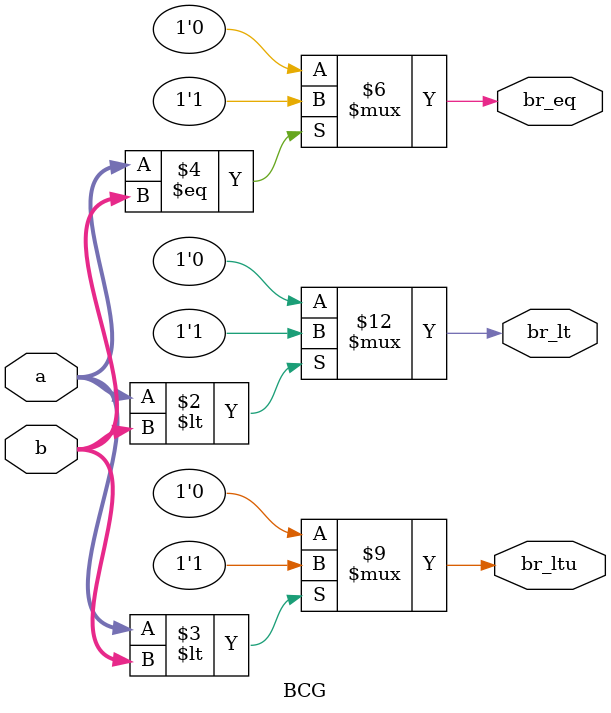
<source format=sv>
`timescale 1ns / 1ps


module BCG(
    input [31:0] a,
    input [31:0] b,
    output logic br_eq,
    output logic br_lt,
    output logic br_ltu
    );
    
    always @(a or b) begin
    if($signed(a) < $signed(b)) begin
        br_lt = 1;
        end
    else
        begin
        br_lt = 0;
        end
    
    if($unsigned(a) < $unsigned(b)) begin
        br_ltu = 1;
        end
    else
        begin
        br_ltu = 0;
        end
        
    if(a == b) begin
        br_eq = 1;
        end
    else
        begin
        br_eq = 0;
        end
    
    end
endmodule

</source>
